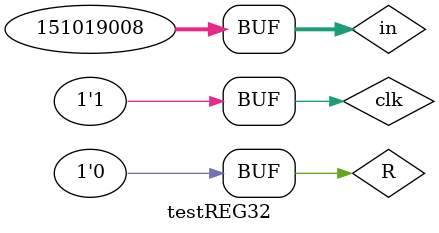
<source format=v>
module testREG32;
	// Inputs
	reg [31:0] in;
	reg clk;
	reg R;
	// Outputs
	wire [31:0] out;
	// Instantiate the DESIGN Under Test (DUT)
	REG32 dut (
		.in(in),
		.clk(clk),
		.R(R),
		.out(out)
	);
	always begin
	clk = 0;
	#100;
	clk = 1;
	#100;
	end
	initial begin
		// Initialize Inputs
		in = 0;
		R = 1;
		// Wait 100 ns for global reset to finish
		#50
		#300;
		R = 0;
		in=32'hEEEEEEEE	;
		#300;
		in=32'hEE0E5EA0	;
		#300;
		in=32'hEEEE5EEE	;
		#300;
		R = 1;
		in=32'h000050A0	;
		#300;
		in=32'hEE3EEEEE	;
		#300;
		R = 0;
		in=32'h0AB000A0	;
		#300;
		in=32'hEE0E5EEE	;
		#300;
		in=32'h0AB000B0	;
		#300;
		R=1;
		in=32'hEE0E5EAE	;
		#300;
		R=0;
		in=32'hEA003070	;
		#300;
		in=32'h100200E5	;
		#300;
		in=32'hD0D020E0	;
		#300;
		in=32'h0607A061	;
		#300;
		in=32'h09005E00	;
		// Add stimulus here
	end
endmodule
</source>
